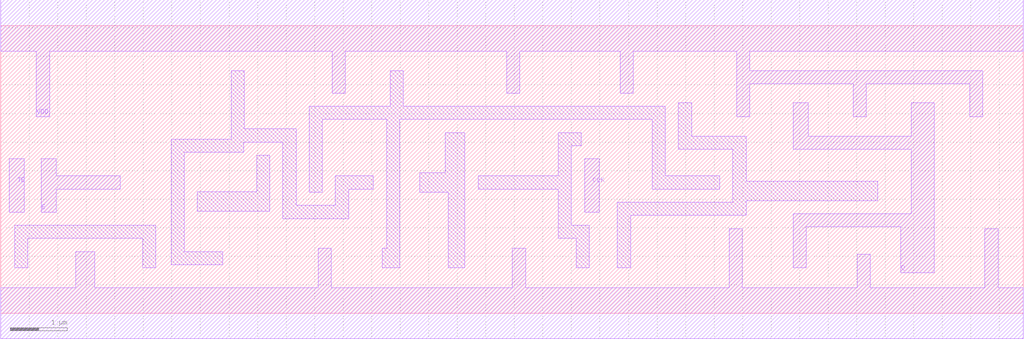
<source format=lef>
# Copyright 2022 GlobalFoundries PDK Authors
#
# Licensed under the Apache License, Version 2.0 (the "License");
# you may not use this file except in compliance with the License.
# You may obtain a copy of the License at
#
#      http://www.apache.org/licenses/LICENSE-2.0
#
# Unless required by applicable law or agreed to in writing, software
# distributed under the License is distributed on an "AS IS" BASIS,
# WITHOUT WARRANTIES OR CONDITIONS OF ANY KIND, either express or implied.
# See the License for the specific language governing permissions and
# limitations under the License.

MACRO gf180mcu_fd_sc_mcu9t5v0__icgtp_4
  CLASS core ;
  FOREIGN gf180mcu_fd_sc_mcu9t5v0__icgtp_4 0.0 0.0 ;
  ORIGIN 0 0 ;
  SYMMETRY X Y ;
  SITE GF018hv5v_green_sc9 ;
  SIZE 17.92 BY 5.04 ;
  PIN CLK
    DIRECTION INPUT ;
    USE clock ;
    ANTENNAGATEAREA 2.625 ;
    PORT
      LAYER METAL1 ;
        POLYGON 10.23 1.77 10.315 1.77 10.49 1.77 10.49 2.71 10.315 2.71 10.23 2.71  ;
    END
  END CLK
  PIN E
    DIRECTION INPUT ;
    ANTENNAGATEAREA 1.11 ;
    PORT
      LAYER METAL1 ;
        POLYGON 0.71 1.77 0.97 1.77 0.97 2.175 2.09 2.175 2.09 2.405 0.97 2.405 0.97 2.71 0.71 2.71  ;
    END
  END E
  PIN TE
    DIRECTION INPUT ;
    ANTENNAGATEAREA 1.11 ;
    PORT
      LAYER METAL1 ;
        POLYGON 0.15 1.77 0.415 1.77 0.415 2.71 0.15 2.71  ;
    END
  END TE
  PIN Q
    DIRECTION OUTPUT ;
    ANTENNADIFFAREA 2.9432 ;
    PORT
      LAYER METAL1 ;
        POLYGON 13.885 2.875 15.37 2.875 15.955 2.875 15.955 1.745 13.885 1.745 13.885 0.795 14.115 0.795 14.115 1.515 15.77 1.515 15.77 0.71 16.355 0.71 16.355 3.685 15.955 3.685 15.955 3.105 15.37 3.105 14.145 3.105 14.145 3.685 13.885 3.685  ;
    END
  END Q
  PIN VDD
    DIRECTION INOUT ;
    USE power ;
    SHAPE ABUTMENT ;
    PORT
      LAYER METAL1 ;
        POLYGON 13.125 4.59 15.37 4.59 17.92 4.59 17.92 5.49 15.37 5.49 2.715 5.49 0 5.49 0 4.59 0.625 4.59 0.625 3.44 0.855 3.44 0.855 4.59 2.715 4.59 5.805 4.59 5.805 3.855 6.035 3.855 6.035 4.59 8.865 4.59 8.865 3.855 9.095 3.855 9.095 4.59 10.855 4.59 10.855 3.855 11.085 3.855 11.085 4.59 12.895 4.59 12.895 3.44 13.125 3.44 13.125 4.02 14.935 4.02 14.935 3.44 15.165 3.44 15.165 4.02 15.37 4.02 16.975 4.02 16.975 3.44 17.205 3.44 17.205 4.25 15.37 4.25 13.125 4.25  ;
    END
  END VDD
  PIN VSS
    DIRECTION INOUT ;
    USE ground ;
    SHAPE ABUTMENT ;
    PORT
      LAYER METAL1 ;
        POLYGON 0 -0.45 17.92 -0.45 17.92 0.45 17.475 0.45 17.475 1.485 17.245 1.485 17.245 0.45 15.235 0.45 15.235 1.035 15.005 1.035 15.005 0.45 12.995 0.45 12.995 1.485 12.765 1.485 12.765 0.45 9.195 0.45 9.195 1.135 8.965 1.135 8.965 0.45 5.795 0.45 5.795 1.135 5.565 1.135 5.565 0.45 1.65 0.45 1.65 1.08 1.31 1.08 1.31 0.45 0 0.45  ;
    END
  END VSS
  OBS
      LAYER METAL1 ;
        POLYGON 0.245 0.795 0.475 0.795 0.475 1.31 2.485 1.31 2.485 0.795 2.715 0.795 2.715 1.54 0.245 1.54  ;
        POLYGON 3.445 1.79 4.715 1.79 4.715 2.77 4.485 2.77 4.485 2.13 3.445 2.13  ;
        POLYGON 3.215 2.82 4.26 2.82 4.26 3 4.945 3 4.945 1.66 6.095 1.66 6.095 2.175 6.53 2.175 6.53 2.405 5.865 2.405 5.865 1.89 5.175 1.89 5.175 3.23 4.265 3.23 4.265 4.25 4.035 4.25 4.035 3.05 2.985 3.05 2.985 0.85 3.89 0.85 3.89 1.08 3.215 1.08  ;
        POLYGON 7.345 2.12 7.845 2.12 7.845 0.795 8.13 0.795 8.13 3.16 7.79 3.16 7.79 2.46 7.345 2.46  ;
        POLYGON 8.37 2.175 9.77 2.175 9.77 1.31 10.085 1.31 10.085 0.795 10.315 0.795 10.315 1.54 10 1.54 10 2.935 10.17 2.935 10.17 3.165 9.77 3.165 9.77 2.405 8.37 2.405  ;
        POLYGON 5.405 2.12 5.635 2.12 5.635 3.395 6.76 3.395 6.76 1.135 6.685 1.135 6.685 0.795 6.99 0.795 6.99 3.395 11.415 3.395 11.415 2.175 12.6 2.175 12.6 2.405 11.645 2.405 11.645 3.625 7.055 3.625 7.055 4.25 6.825 4.25 6.825 3.625 5.405 3.625  ;
        POLYGON 11.875 2.875 12.83 2.875 12.83 1.945 10.805 1.945 10.805 0.795 11.035 0.795 11.035 1.715 13.06 1.715 13.06 1.975 15.37 1.975 15.37 2.315 13.06 2.315 13.06 3.105 12.105 3.105 12.105 3.685 11.875 3.685  ;
  END
END gf180mcu_fd_sc_mcu9t5v0__icgtp_4

</source>
